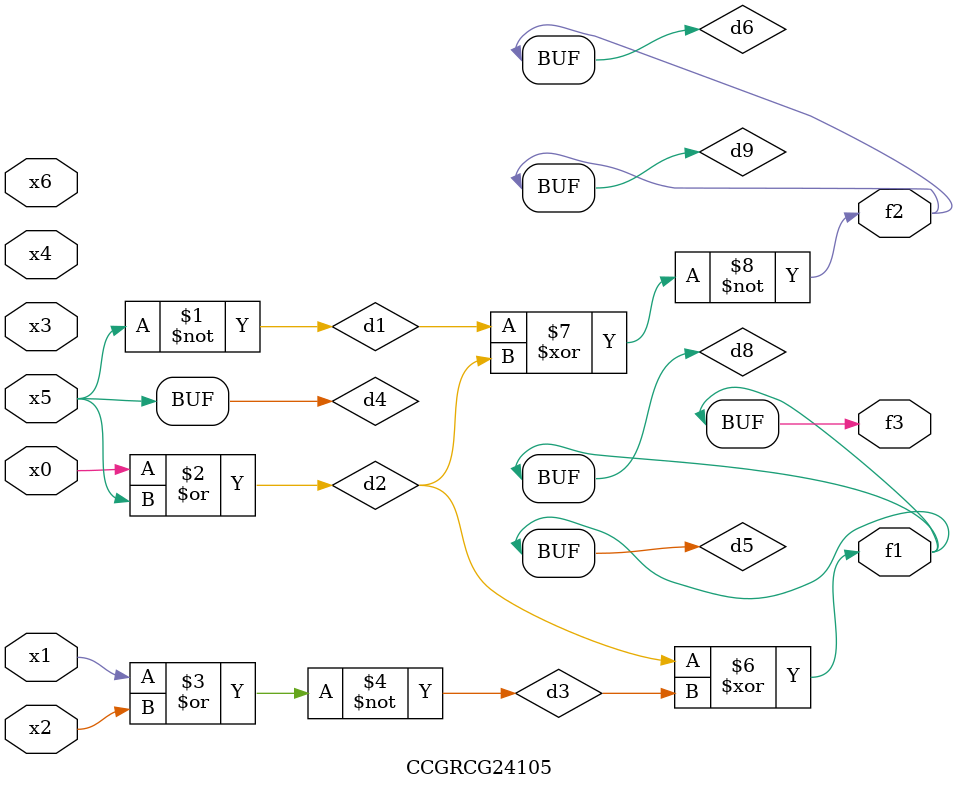
<source format=v>
module CCGRCG24105(
	input x0, x1, x2, x3, x4, x5, x6,
	output f1, f2, f3
);

	wire d1, d2, d3, d4, d5, d6, d7, d8, d9;

	nand (d1, x5);
	or (d2, x0, x5);
	nor (d3, x1, x2);
	xnor (d4, d1);
	xor (d5, d2, d3);
	xnor (d6, d1, d2);
	not (d7, x4);
	buf (d8, d5);
	xor (d9, d6);
	assign f1 = d8;
	assign f2 = d9;
	assign f3 = d8;
endmodule

</source>
